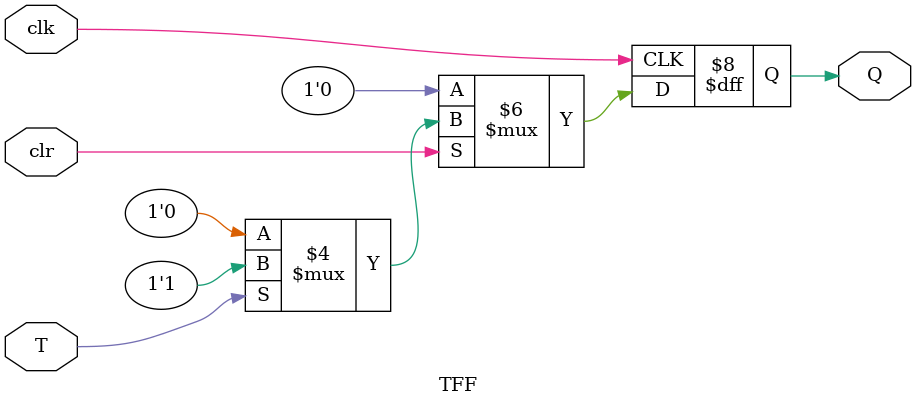
<source format=v>
`timescale 1ns / 1ps

module TFF(T, clk, clr, Q);
input T, clk, clr;
output reg Q; 

always @ (posedge clk)
    begin
        Q = 0;
        if (!clr)
            Q <= 0;
        else
            Q <= T ? ~Q : Q;
    end          
endmodule


</source>
